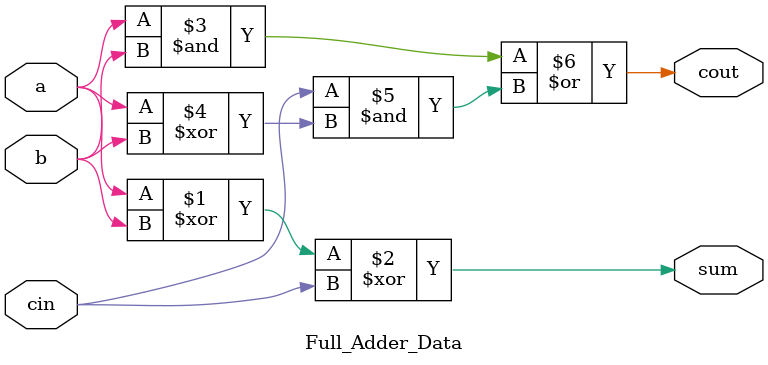
<source format=v>
`timescale 1ns / 1ps


module Full_Adder_Data(
 input a,
 input b,
 input cin,
 output sum,
 output cout
 );
 assign sum = a^b^cin;
 assign cout = (a&b)| (cin&(a^b));
endmodule

</source>
